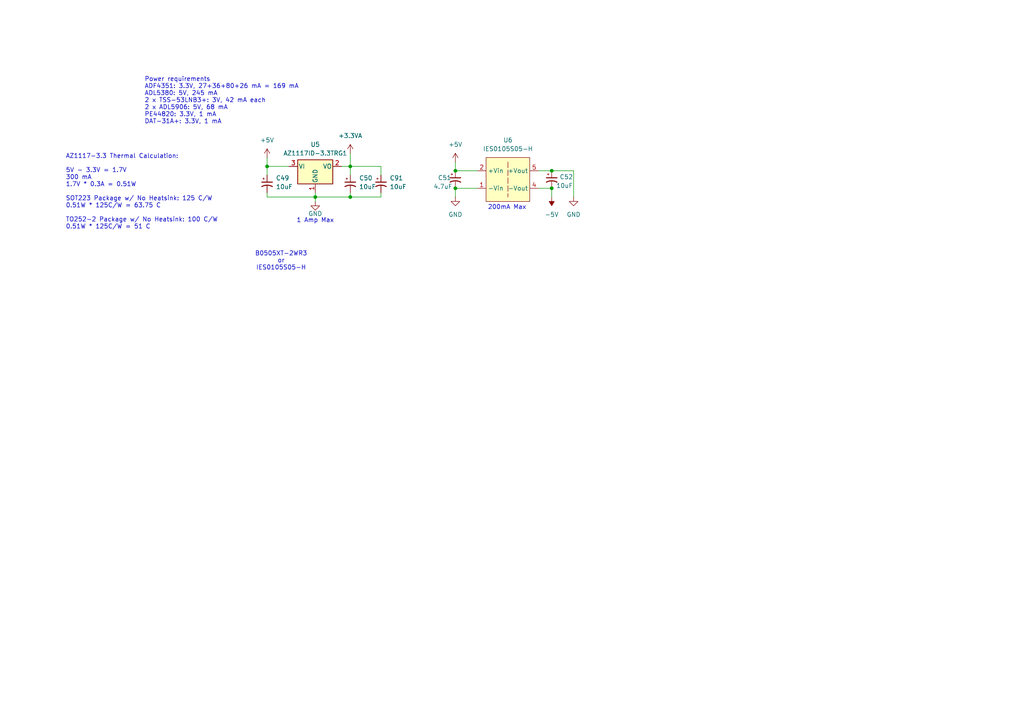
<source format=kicad_sch>
(kicad_sch (version 20231120) (generator "eeschema") (generator_version "8.0")
  (paper "A4")
  (title_block (date "2024-03-03") (rev "v1.0"))
  (lib_symbols
    (symbol "Device:C_Polarized_Small_US" (pin_numbers hide) (pin_names (offset 0.254) hide)
      (property "Reference" "C" (at 0.254 1.778 0))
      (property "Value" "C_Polarized_Small_US" (at 0.254 -2.032 0))
      (symbol "C_Polarized_Small_US_0_1"
        (polyline (pts (xy -1.524 0.508) (xy 1.524 0.508)) (stroke (width 0.3048)))
        (polyline (pts (xy -1.27 1.524) (xy -0.762 1.524)))
        (polyline (pts (xy -1.016 1.27) (xy -1.016 1.778)))
        (arc (start 1.524 -0.762) (mid 0 -0.3734) (end -1.524 -0.762) (stroke (width 0.3048)))
      )
      (symbol "C_Polarized_Small_US_1_1"
        (pin passive line (at 0 2.54 270) (length 2.032) (name "~") (number "1"))
        (pin passive line (at 0 -2.54 90) (length 2.032) (name "~") (number "2"))
      )
    )
    (symbol "Regulator_Linear:AZ1117-3.3" (pin_names (offset 0.254))
      (property "Reference" "U" (at -3.81 3.175 0))
      (property "Value" "AZ1117-3.3" (at 0 3.175 0))
      (symbol "AZ1117-3.3_0_1"
        (rectangle (start -5.08 1.905) (end 5.08 -5.08) (stroke (width 0.254)) (fill (type background)))
      )
      (symbol "AZ1117-3.3_1_1"
        (pin power_in line (at 0 -7.62 90) (length 2.54) (name "GND") (number "1"))
        (pin power_out line (at 7.62 0 180) (length 2.54) (name "VO") (number "2"))
        (pin power_in line (at -7.62 0 0) (length 2.54) (name "VI") (number "3"))
      )
    )
    (symbol "_tim-DC_DC:IES0105S05-H"
      (property "Reference" "U" (at 0 0 0))
      (property "Value" "IES0105S05-H" (at 0 7.62 0))
      (symbol "IES0105S05-H_1_1"
        (rectangle (start -6.35 6.35) (end 6.35 -6.35) (fill (type background)))
        (polyline (pts (xy 0 5.08) (xy 0 -5.08)) (stroke (width 0) (type dash)))
        (pin power_in line (at -8.89 -2.54 0) (length 2.54) (name "-Vin") (number "1"))
        (pin power_in line (at -8.89 2.54 0) (length 2.54) (name "+Vin") (number "2"))
        (pin power_out line (at 8.89 -2.54 180) (length 2.54) (name "-Vout") (number "4"))
        (pin power_out line (at 8.89 2.54 180) (length 2.54) (name "+Vout") (number "5"))
      )
    )
    (symbol "power:+3.3VA" (power) (pin_numbers hide) (pin_names (offset 0) hide)
      (property "Value" "+3.3VA" (at 0 3.556 0))
      (symbol "+3.3VA_0_1"
        (polyline (pts (xy -0.762 1.27) (xy 0 2.54)))
        (polyline (pts (xy 0 0) (xy 0 2.54)))
        (polyline (pts (xy 0 2.54) (xy 0.762 1.27)))
      )
      (symbol "+3.3VA_1_1"
        (pin power_in line (at 0 0 90) (length 0) (name "~") (number "1"))
      )
    )
    (symbol "power:+5V" (power) (pin_numbers hide) (pin_names (offset 0) hide)
      (property "Value" "+5V" (at 0 3.556 0))
      (symbol "+5V_0_1"
        (polyline (pts (xy -0.762 1.27) (xy 0 2.54)))
        (polyline (pts (xy 0 0) (xy 0 2.54)))
        (polyline (pts (xy 0 2.54) (xy 0.762 1.27)))
      )
      (symbol "+5V_1_1"
        (pin power_in line (at 0 0 90) (length 0) (name "~") (number "1"))
      )
    )
    (symbol "power:-5V" (power) (pin_numbers hide) (pin_names (offset 0) hide)
      (property "Value" "-5V" (at 0 3.556 0))
      (symbol "-5V_0_0"
        (pin power_in line (at 0 0 90) (length 0) (name "~") (number "1"))
      )
      (symbol "-5V_0_1"
        (polyline (pts (xy 0 0) (xy 0 1.27) (xy 0.762 1.27) (xy 0 2.54) (xy -0.762 1.27) (xy 0 1.27)) (fill (type outline)))
      )
    )
    (symbol "power:GND" (power) (pin_numbers hide) (pin_names (offset 0) hide)
      (property "Value" "GND" (at 0 -3.81 0))
      (symbol "GND_0_1"
        (polyline (pts (xy 0 0) (xy 0 -1.27) (xy 1.27 -1.27) (xy 0 -2.54) (xy -1.27 -1.27) (xy 0 -1.27)))
      )
      (symbol "GND_1_1"
        (pin power_in line (at 0 0 270) (length 0) (name "~") (number "1"))
      )
    )
  )
  (junction (at 160.02 54.61))
  (junction (at 91.44 57.15))
  (junction (at 101.6 57.15))
  (junction (at 160.02 49.53))
  (junction (at 101.6 48.26))
  (junction (at 132.08 49.53))
  (junction (at 77.47 48.26))
  (junction (at 132.08 54.61))
  (wire (pts (xy 77.47 45.72) (xy 77.47 48.26)))
  (wire (pts (xy 156.21 54.61) (xy 160.02 54.61)))
  (wire (pts (xy 132.08 49.53) (xy 138.43 49.53)))
  (wire (pts (xy 101.6 48.26) (xy 101.6 50.8)))
  (wire (pts (xy 110.49 48.26) (xy 101.6 48.26)))
  (wire (pts (xy 156.21 49.53) (xy 160.02 49.53)))
  (wire (pts (xy 110.49 55.88) (xy 110.49 57.15)))
  (wire (pts (xy 77.47 48.26) (xy 77.47 50.8)))
  (wire (pts (xy 77.47 57.15) (xy 91.44 57.15)))
  (wire (pts (xy 99.06 48.26) (xy 101.6 48.26)))
  (wire (pts (xy 101.6 57.15) (xy 91.44 57.15)))
  (wire (pts (xy 77.47 48.26) (xy 83.82 48.26)))
  (wire (pts (xy 166.37 57.15) (xy 166.37 49.53)))
  (wire (pts (xy 166.37 49.53) (xy 160.02 49.53)))
  (wire (pts (xy 132.08 54.61) (xy 138.43 54.61)))
  (wire (pts (xy 91.44 55.88) (xy 91.44 57.15)))
  (wire (pts (xy 77.47 55.88) (xy 77.47 57.15)))
  (wire (pts (xy 132.08 54.61) (xy 132.08 57.15)))
  (wire (pts (xy 101.6 44.45) (xy 101.6 48.26)))
  (wire (pts (xy 160.02 54.61) (xy 160.02 57.15)))
  (wire (pts (xy 101.6 55.88) (xy 101.6 57.15)))
  (wire (pts (xy 110.49 50.8) (xy 110.49 48.26)))
  (wire (pts (xy 110.49 57.15) (xy 101.6 57.15)))
  (wire (pts (xy 132.08 46.99) (xy 132.08 49.53)))
  (wire (pts (xy 91.44 57.15) (xy 91.44 58.42)))
  (text "B0505XT-2WR3\nor\nIES0105S05-H" (at 81.534 75.692 0) (effects (font (size 1.27 1.27))))
  (text "AZ1117-3.3 Thermal Calculation:\n\n5V - 3.3V = 1.7V\n300 mA\n1.7V * 0.3A = 0.51W\n\nSOT223 Package w/ No Heatsink: 125 C/W\n0.51W * 125C/W = 63.75 C\n\nTO252-2 Package w/ No Heatsink: 100 C/W\n0.51W * 125C/W = 51 C\n" (at 19.05 55.626 0) (effects (font (size 1.27 1.27)) (justify left)))
  (text "200mA Max" (at 147.066 60.198 0) (effects (font (size 1.27 1.27))))
  (text "Power requirements\nADF4351: 3.3V, 27+36+80+26 mA = 169 mA\nADL5380: 5V, 245 mA\n2 x TSS-53LNB3+: 3V, 42 mA each\n2 x ADL5906: 5V, 68 mA\nPE44820: 3.3V, 1 mA\nDAT-31A+: 3.3V, 1 mA\n\n" (at 41.91 30.226 0) (effects (font (size 1.27 1.27)) (justify left)))
  (text "1 Amp Max" (at 91.44 64.008 0) (effects (font (size 1.27 1.27))))
  (symbol (lib_id "power:+3.3VA") (at 101.6 44.45 0) (unit 1)
    (property "Reference" "#PWR067" (effects (hide yes)))
    (property "Value" "+3.3VA" (at 101.6 39.37 0))
    (property "Description" "Power symbol creates a global label with name \"+3.3VA\"" (effects (hide yes)))
  )
  (symbol (lib_id "_tim-DC_DC:IES0105S05-H") (at 147.32 52.07 0) (unit 1)
    (property "Reference" "U6" (at 147.32 40.64 0))
    (property "Value" "IES0105S05-H" (at 147.32 43.18 0))
    (property "Footprint" "_tim-DC-DC:IES0105S05-H" (effects (hide yes)))
    (property "Datasheet" "https://www.xppower.com/portals/0/pdfs/SF_IES01.pdf" (effects (hide yes)))
    (property "Description" "Isolated Module DC DC Converter 1 Output 5V 200mA 4.5V - 5.5V Input" (effects (hide yes)))
    (property "Digikey" "1470-IES0105S05-H-ND" (effects (hide yes)))
  )
  (symbol (lib_id "Regulator_Linear:AZ1117-3.3") (at 91.44 48.26 0) (unit 1)
    (property "Reference" "U5" (at 91.44 41.91 0))
    (property "Value" "AZ1117ID-3.3TRG1" (at 91.44 44.45 0))
    (property "Footprint" "Package_TO_SOT_SMD:TO-252-2" (effects (hide yes)))
    (property "Datasheet" "https://www.diodes.com/assets/Datasheets/AZ1117.pdf" (effects (hide yes)))
    (property "Description" "1A 20V Fixed LDO Linear Regulator, 3.3V, SOT-89/SOT-223/TO-220/TO-252/TO-263" (effects (hide yes)))
    (property "Digikey" "AZ1117ID-3.3TRG1-ND" (effects (hide yes)))
  )
  (symbol (lib_id "power:+5V") (at 132.08 46.99 0) (unit 1)
    (property "Reference" "#PWR068" (effects (hide yes)))
    (property "Value" "+5V" (at 132.08 41.91 0))
    (property "Description" "Power symbol creates a global label with name \"+5V\"" (effects (hide yes)))
  )
  (symbol (lib_id "power:+5V") (at 77.47 45.72 0) (unit 1)
    (property "Reference" "#PWR065" (effects (hide yes)))
    (property "Value" "+5V" (at 77.47 40.64 0))
    (property "Description" "Power symbol creates a global label with name \"+5V\"" (effects (hide yes)))
  )
  (symbol (lib_id "power:GND") (at 91.44 58.42 0) (unit 1)
    (property "Reference" "#PWR066" (effects (hide yes)))
    (property "Value" "GND" (at 91.44 61.976 0))
    (property "Description" "Power symbol creates a global label with name \"GND\" , ground" (effects (hide yes)))
  )
  (symbol (lib_id "power:GND") (at 132.08 57.15 0) (unit 1)
    (property "Reference" "#PWR069" (effects (hide yes)))
    (property "Value" "GND" (at 132.08 62.23 0))
    (property "Description" "Power symbol creates a global label with name \"GND\" , ground" (effects (hide yes)))
  )
  (symbol (lib_id "Device:C_Polarized_Small_US") (at 132.08 52.07 0) (unit 1)
    (property "Reference" "C51" (at 127 51.562 0) (effects (justify left)))
    (property "Value" "4.7uF" (at 125.73 54.102 0) (effects (justify left)))
    (property "Footprint" "Capacitor_Tantalum_SMD:CP_EIA-3216-18_Kemet-A" (effects (hide yes)))
    (property "Description" "Polarized capacitor, small US symbol" (effects (hide yes)))
  )
  (symbol (lib_id "Device:C_Polarized_Small_US") (at 101.6 53.34 0) (unit 1)
    (property "Reference" "C50" (at 104.14 51.6381 0) (effects (justify left)))
    (property "Value" "10uF" (at 104.14 54.1781 0) (effects (justify left)))
    (property "Footprint" "Capacitor_Tantalum_SMD:CP_EIA-3216-18_Kemet-A" (effects (hide yes)))
    (property "Description" "Polarized capacitor, small US symbol" (effects (hide yes)))
  )
  (symbol (lib_id "Device:C_Polarized_Small_US") (at 77.47 53.34 0) (unit 1)
    (property "Reference" "C49" (at 80.01 51.6381 0) (effects (justify left)))
    (property "Value" "10uF" (at 80.01 54.1781 0) (effects (justify left)))
    (property "Footprint" "Capacitor_Tantalum_SMD:CP_EIA-3216-18_Kemet-A" (effects (hide yes)))
    (property "Description" "Polarized capacitor, small US symbol" (effects (hide yes)))
  )
  (symbol (lib_id "power:-5V") (at 160.02 57.15 180) (unit 1)
    (property "Reference" "#PWR070" (effects (hide yes)))
    (property "Value" "-5V" (at 160.02 62.23 0))
    (property "Description" "Power symbol creates a global label with name \"-5V\"" (effects (hide yes)))
  )
  (symbol (lib_id "Device:C_Polarized_Small_US") (at 110.49 53.34 0) (unit 1)
    (property "Reference" "C91" (at 113.03 51.6381 0) (effects (justify left)))
    (property "Value" "10uF" (at 113.03 54.1781 0) (effects (justify left)))
    (property "Footprint" "Capacitor_Tantalum_SMD:CP_EIA-3216-18_Kemet-A" (effects (hide yes)))
    (property "Description" "Polarized capacitor, small US symbol" (effects (hide yes)))
  )
  (symbol (lib_id "power:GND") (at 166.37 57.15 0) (unit 1)
    (property "Reference" "#PWR071" (effects (hide yes)))
    (property "Value" "GND" (at 166.37 62.23 0))
    (property "Description" "Power symbol creates a global label with name \"GND\" , ground" (effects (hide yes)))
  )
  (symbol (lib_id "Device:C_Polarized_Small_US") (at 160.02 52.07 0) (unit 1)
    (property "Reference" "C52" (at 162.306 51.308 0) (effects (justify left)))
    (property "Value" "10uF" (at 161.29 53.848 0) (effects (justify left)))
    (property "Footprint" "Capacitor_Tantalum_SMD:CP_EIA-3216-18_Kemet-A" (effects (hide yes)))
    (property "Description" "Polarized capacitor, small US symbol" (effects (hide yes)))
  )
)
</source>
